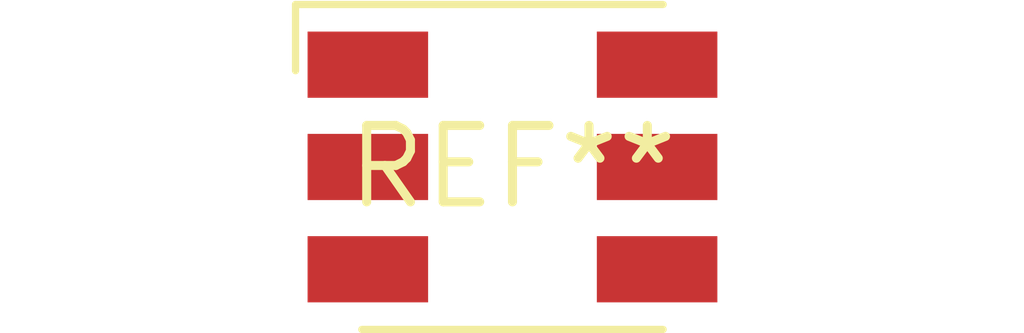
<source format=kicad_pcb>
(kicad_pcb (version 20240108) (generator pcbnew)
  (layers (0 "F.Cu" signal) (31 "B.Cu" signal) (34 "B.Paste" user) (35 "F.Paste" user) (36 "B.SilkS" user "B.Silkscreen") (37 "F.SilkS" user "F.Silkscreen") (38 "B.Mask" user) (39 "F.Mask" user) (44 "Edge.Cuts" user))
  (net 0 "")
  (footprint "LED_RGB_5050-6" (layer "F.Cu") (at 0 0)
    (property "Reference" "REF**")
    (property "Value" "LED_RGB_5050-6")
    (fp_line (start -3.6 -2.7) (end 2.5 -2.7) (layer "F.SilkS") (stroke (width 0.12)))
    (fp_line (start -3.6 -1.6) (end -3.6 -2.7) (layer "F.SilkS") (stroke (width 0.12)))
    (fp_line (start 2.5 2.7) (end -2.5 2.7) (layer "F.SilkS") (stroke (width 0.12)))
    (pad "1" smd rect (at -2.4 -1.7 90) (size 1.1 2) (layers "F.Cu" "F.Paste" "F.Mask"))
    (pad "2" smd rect (at -2.4 0 90) (size 1.1 2) (layers "F.Cu" "F.Paste" "F.Mask"))
    (pad "3" smd rect (at -2.4 1.7 90) (size 1.1 2) (layers "F.Cu" "F.Paste" "F.Mask"))
    (pad "4" smd rect (at 2.4 1.7 90) (size 1.1 2) (layers "F.Cu" "F.Paste" "F.Mask"))
    (pad "5" smd rect (at 2.4 0 90) (size 1.1 2) (layers "F.Cu" "F.Paste" "F.Mask"))
    (pad "6" smd rect (at 2.4 -1.7 90) (size 1.1 2) (layers "F.Cu" "F.Paste" "F.Mask"))
  )
)
</source>
